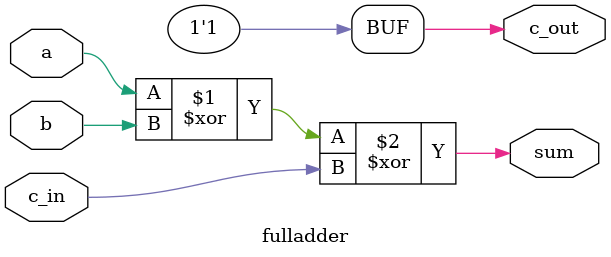
<source format=v>
`timescale 1ns / 1ps


module fulladder(
    input a,
    input b,
    input c_in,
    output sum,
    output c_out
    );
assign sum = a^b^c_in;
assign c_out = 1;
endmodule

</source>
